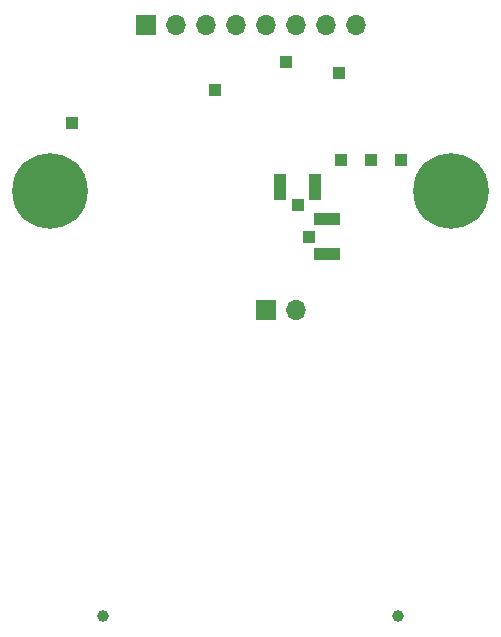
<source format=gbs>
G04 #@! TF.GenerationSoftware,KiCad,Pcbnew,7.0.7*
G04 #@! TF.CreationDate,2024-01-15T15:13:53+00:00*
G04 #@! TF.ProjectId,cardboard,63617264-626f-4617-9264-2e6b69636164,rev?*
G04 #@! TF.SameCoordinates,Original*
G04 #@! TF.FileFunction,Soldermask,Bot*
G04 #@! TF.FilePolarity,Negative*
%FSLAX46Y46*%
G04 Gerber Fmt 4.6, Leading zero omitted, Abs format (unit mm)*
G04 Created by KiCad (PCBNEW 7.0.7) date 2024-01-15 15:13:53*
%MOMM*%
%LPD*%
G01*
G04 APERTURE LIST*
%ADD10R,1.000000X1.000000*%
%ADD11C,1.000000*%
%ADD12C,6.400000*%
%ADD13R,1.700000X1.700000*%
%ADD14O,1.700000X1.700000*%
%ADD15R,1.050000X1.050000*%
%ADD16R,2.200000X1.050000*%
%ADD17R,1.050000X2.200000*%
G04 APERTURE END LIST*
D10*
X117715000Y-70600000D03*
D11*
X117515000Y-109170000D03*
D10*
X102000000Y-64670000D03*
X108000000Y-62270000D03*
X112515000Y-63170000D03*
D12*
X122015000Y-73170000D03*
D10*
X89915000Y-67470000D03*
D12*
X88015000Y-73170000D03*
D11*
X92515000Y-109170000D03*
D10*
X112635000Y-70600000D03*
X115175000Y-70600000D03*
D13*
X106340000Y-83270000D03*
D14*
X108880000Y-83270000D03*
D15*
X109975000Y-77070000D03*
D16*
X111500000Y-75595000D03*
X111500000Y-78545000D03*
D13*
X96125000Y-59170000D03*
D14*
X98665000Y-59170000D03*
X101205000Y-59170000D03*
X103745000Y-59170000D03*
X106285000Y-59170000D03*
X108825000Y-59170000D03*
X111365000Y-59170000D03*
X113905000Y-59170000D03*
D15*
X109000000Y-74395000D03*
D17*
X107525000Y-72870000D03*
X110475000Y-72870000D03*
M02*

</source>
